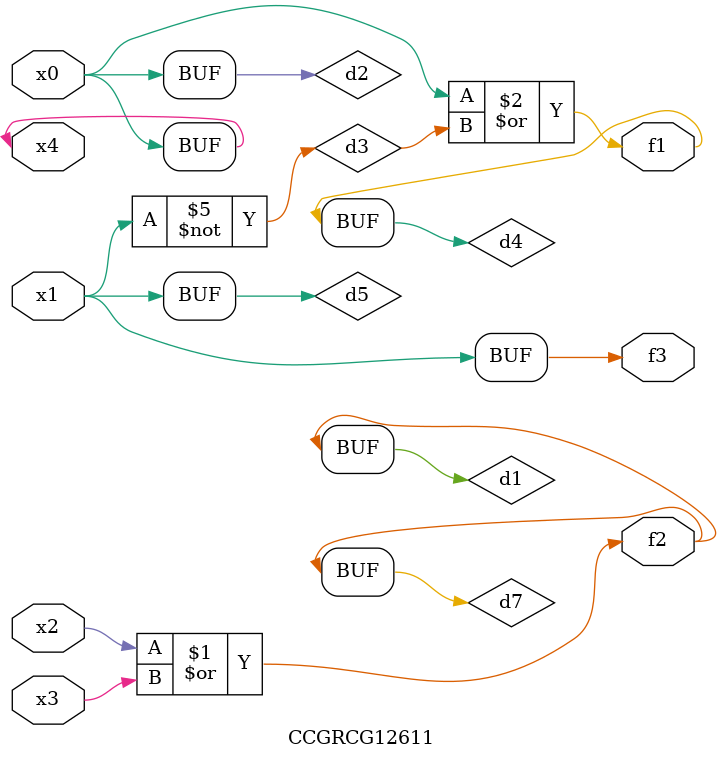
<source format=v>
module CCGRCG12611(
	input x0, x1, x2, x3, x4,
	output f1, f2, f3
);

	wire d1, d2, d3, d4, d5, d6, d7;

	or (d1, x2, x3);
	buf (d2, x0, x4);
	not (d3, x1);
	or (d4, d2, d3);
	not (d5, d3);
	nand (d6, d1, d3);
	or (d7, d1);
	assign f1 = d4;
	assign f2 = d7;
	assign f3 = d5;
endmodule

</source>
